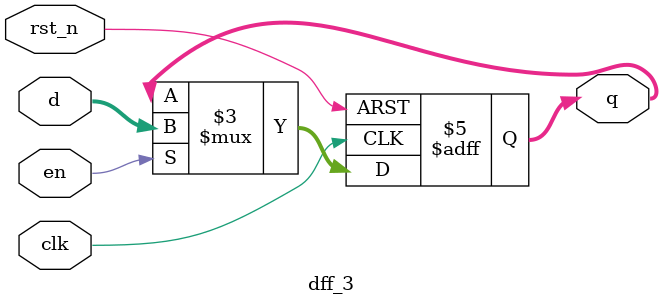
<source format=v>
module dff_3(q, d, en, rst_n, clk);
	input [2:0] d;
	input en, rst_n, clk;
	output reg [2:0] q;

	always @(posedge clk, negedge rst_n) begin
		if(rst_n) begin
			if(en) q <= d;
			else q <= q;
		end else q <= 0;
	end

endmodule

</source>
